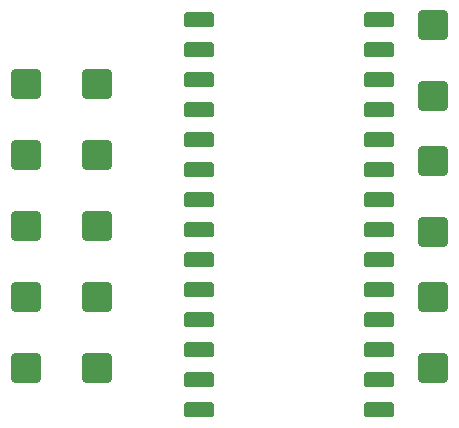
<source format=gbs>
G04 #@! TF.GenerationSoftware,KiCad,Pcbnew,9.0.0-9.0.0-2~ubuntu24.04.1*
G04 #@! TF.CreationDate,2025-04-02T19:49:27+02:00*
G04 #@! TF.ProjectId,Teensy_Interface,5465656e-7379-45f4-996e-746572666163,rev?*
G04 #@! TF.SameCoordinates,Original*
G04 #@! TF.FileFunction,Soldermask,Bot*
G04 #@! TF.FilePolarity,Negative*
%FSLAX46Y46*%
G04 Gerber Fmt 4.6, Leading zero omitted, Abs format (unit mm)*
G04 Created by KiCad (PCBNEW 9.0.0-9.0.0-2~ubuntu24.04.1) date 2025-04-02 19:49:27*
%MOMM*%
%LPD*%
G01*
G04 APERTURE LIST*
G04 Aperture macros list*
%AMRoundRect*
0 Rectangle with rounded corners*
0 $1 Rounding radius*
0 $2 $3 $4 $5 $6 $7 $8 $9 X,Y pos of 4 corners*
0 Add a 4 corners polygon primitive as box body*
4,1,4,$2,$3,$4,$5,$6,$7,$8,$9,$2,$3,0*
0 Add four circle primitives for the rounded corners*
1,1,$1+$1,$2,$3*
1,1,$1+$1,$4,$5*
1,1,$1+$1,$6,$7*
1,1,$1+$1,$8,$9*
0 Add four rect primitives between the rounded corners*
20,1,$1+$1,$2,$3,$4,$5,0*
20,1,$1+$1,$4,$5,$6,$7,0*
20,1,$1+$1,$6,$7,$8,$9,0*
20,1,$1+$1,$8,$9,$2,$3,0*%
G04 Aperture macros list end*
%ADD10RoundRect,0.381000X0.889000X-0.889000X0.889000X0.889000X-0.889000X0.889000X-0.889000X-0.889000X0*%
%ADD11RoundRect,0.190500X-1.079500X-0.444500X1.079500X-0.444500X1.079500X0.444500X-1.079500X0.444500X0*%
%ADD12RoundRect,0.381000X-0.889000X-0.889000X0.889000X-0.889000X0.889000X0.889000X-0.889000X0.889000X0*%
G04 APERTURE END LIST*
D10*
X72000000Y-62500000D03*
X77994400Y-62500000D03*
D11*
X86657000Y-51090800D03*
X86657000Y-53630800D03*
X86657000Y-56170800D03*
X86657000Y-58710800D03*
X86657000Y-61250800D03*
X86657000Y-63790800D03*
X86657000Y-66330800D03*
X86657000Y-68870800D03*
X86657000Y-71410800D03*
X86657000Y-73950800D03*
X86657000Y-76490800D03*
X86657000Y-79030800D03*
X86657000Y-81570800D03*
X86657000Y-84110800D03*
X101897000Y-84110800D03*
X101897000Y-81570800D03*
X101897000Y-79030800D03*
X101897000Y-76490800D03*
X101897000Y-73950800D03*
X101897000Y-71410800D03*
X101897000Y-68870800D03*
X101897000Y-66330800D03*
X101897000Y-63790800D03*
X101897000Y-61250800D03*
X101897000Y-58710800D03*
X101897000Y-56170800D03*
X101897000Y-53630800D03*
X101897000Y-51090800D03*
D10*
X72005600Y-80500000D03*
X78000000Y-80500000D03*
X72000000Y-56500000D03*
X77994400Y-56500000D03*
D12*
X106500000Y-63005600D03*
X106500000Y-69000000D03*
D10*
X72005600Y-74500000D03*
X78000000Y-74500000D03*
D12*
X106500000Y-74505600D03*
X106500000Y-80500000D03*
D10*
X72000000Y-68500000D03*
X77994400Y-68500000D03*
D12*
X106500000Y-51505600D03*
X106500000Y-57500000D03*
M02*

</source>
